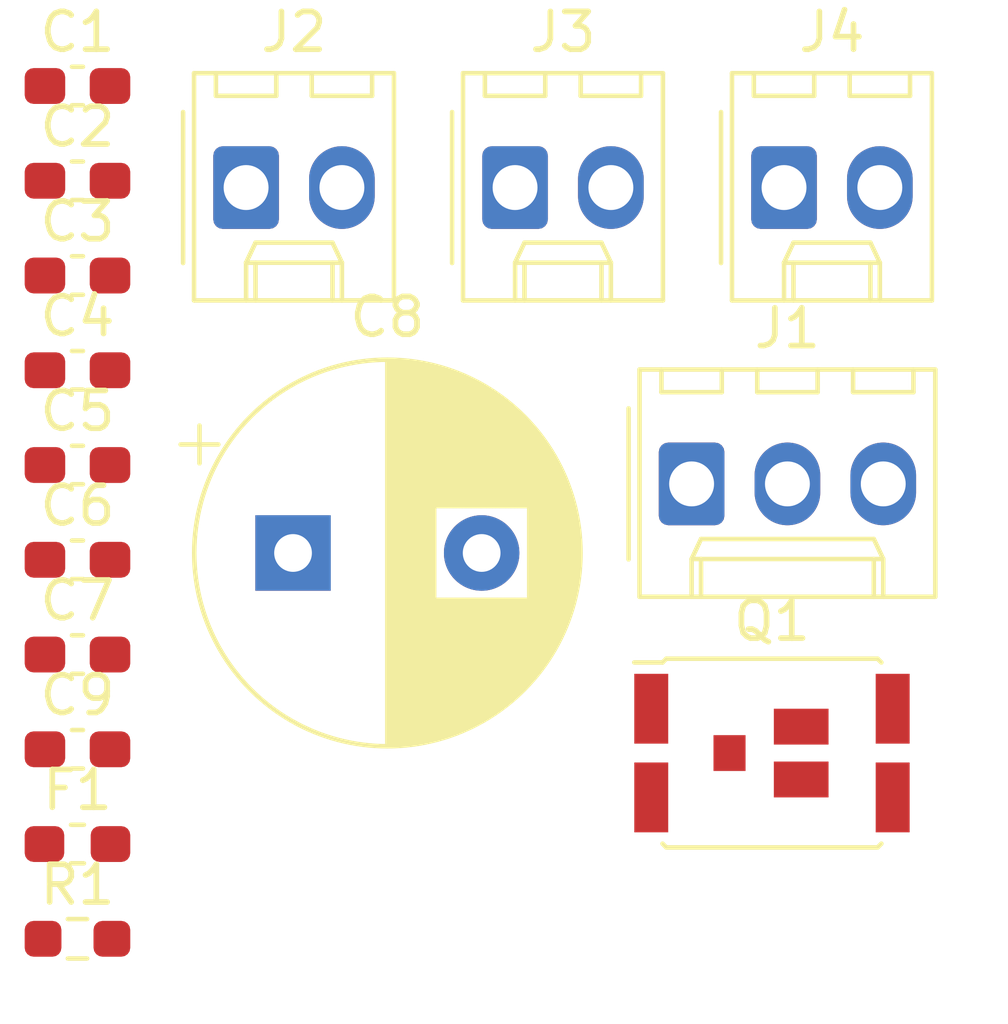
<source format=kicad_pcb>
(kicad_pcb (version 20240108) (generator "pcbnew") (generator_version "8.0")
  (title_block (title "Template") (date "2022-08-16") (rev "0.0") (company "Illini Solar Car") (comment 1 "Designed By: Your Name"))
  (layers (0 "F.Cu" signal) (31 "B.Cu" signal) (34 "B.Paste" user) (35 "F.Paste" user) (36 "B.SilkS" user "B.Silkscreen") (37 "F.SilkS" user "F.Silkscreen") (38 "B.Mask" user) (39 "F.Mask" user) (44 "Edge.Cuts" user))
  (net 0 "")
  (net 1 "+24V")
  (net 2 "GND")
  (net 3 "HRN_CTRL")
  (net 4 "Net-(Q1-D)")
  (net 5 "HRN_IN")
  (net 6 "Net-(J3-Pin_1)")
  (footprint "Capacitor_SMD:C_0603_1608Metric_Pad1.08x0.95mm_HandSolder" (layer "F.Cu") (at 130.39 75.665)
    (property "Reference" "C2" (at 0 -1.43 0) (layer "F.SilkS"))
    (property "Value" "0.1uf")
    (fp_line (start -0.146267 -0.51) (end 0.146267 -0.51) (stroke (width 0.12)) (layer "F.SilkS"))
    (fp_line (start -0.146267 0.51) (end 0.146267 0.51) (stroke (width 0.12)) (layer "F.SilkS"))
    (pad "1" smd roundrect (at -0.8625 0) (size 1.075 0.95) (layers "F.Cu" "F.Paste" "F.Mask") (net 1 "+24V"))
    (pad "2" smd roundrect (at 0.8625 0) (size 1.075 0.95) (layers "F.Cu" "F.Paste" "F.Mask") (net 2 "GND"))
  )
  (footprint "Capacitor_SMD:C_0603_1608Metric_Pad1.08x0.95mm_HandSolder" (layer "F.Cu") (at 130.39 85.705)
    (property "Reference" "C6" (at 0 -1.43 0) (layer "F.SilkS"))
    (property "Value" "10uf")
    (fp_line (start -0.146267 -0.51) (end 0.146267 -0.51) (stroke (width 0.12)) (layer "F.SilkS"))
    (fp_line (start -0.146267 0.51) (end 0.146267 0.51) (stroke (width 0.12)) (layer "F.SilkS"))
    (pad "1" smd roundrect (at -0.8625 0) (size 1.075 0.95) (layers "F.Cu" "F.Paste" "F.Mask") (net 1 "+24V"))
    (pad "2" smd roundrect (at 0.8625 0) (size 1.075 0.95) (layers "F.Cu" "F.Paste" "F.Mask") (net 2 "GND"))
  )
  (footprint "Resistor_SMD:R_0603_1608Metric_Pad0.98x0.95mm_HandSolder" (layer "F.Cu") (at 130.39 95.745)
    (property "Reference" "R1" (at 0 -1.43 0) (layer "F.SilkS"))
    (property "Value" "1k")
    (fp_line (start -0.254724 -0.5225) (end 0.254724 -0.5225) (stroke (width 0.12)) (layer "F.SilkS"))
    (fp_line (start -0.254724 0.5225) (end 0.254724 0.5225) (stroke (width 0.12)) (layer "F.SilkS"))
    (pad "1" smd roundrect (at -0.9125 0) (size 0.975 0.95) (layers "F.Cu" "F.Paste" "F.Mask") (net 3 "HRN_CTRL"))
    (pad "2" smd roundrect (at 0.9125 0) (size 0.975 0.95) (layers "F.Cu" "F.Paste" "F.Mask") (net 2 "GND"))
  )
  (footprint "Capacitor_SMD:C_0603_1608Metric_Pad1.08x0.95mm_HandSolder" (layer "F.Cu") (at 130.39 80.685)
    (property "Reference" "C4" (at 0 -1.43 0) (layer "F.SilkS"))
    (property "Value" "1uf")
    (fp_line (start -0.146267 -0.51) (end 0.146267 -0.51) (stroke (width 0.12)) (layer "F.SilkS"))
    (fp_line (start -0.146267 0.51) (end 0.146267 0.51) (stroke (width 0.12)) (layer "F.SilkS"))
    (pad "1" smd roundrect (at -0.8625 0) (size 1.075 0.95) (layers "F.Cu" "F.Paste" "F.Mask") (net 1 "+24V"))
    (pad "2" smd roundrect (at 0.8625 0) (size 1.075 0.95) (layers "F.Cu" "F.Paste" "F.Mask") (net 2 "GND"))
  )
  (footprint "Capacitor_SMD:C_0603_1608Metric_Pad1.08x0.95mm_HandSolder" (layer "F.Cu") (at 130.39 73.155)
    (property "Reference" "C1" (at 0 -1.43 0) (layer "F.SilkS"))
    (property "Value" "0.1uf")
    (fp_line (start -0.146267 -0.51) (end 0.146267 -0.51) (stroke (width 0.12)) (layer "F.SilkS"))
    (fp_line (start -0.146267 0.51) (end 0.146267 0.51) (stroke (width 0.12)) (layer "F.SilkS"))
    (pad "1" smd roundrect (at -0.8625 0) (size 1.075 0.95) (layers "F.Cu" "F.Paste" "F.Mask") (net 1 "+24V"))
    (pad "2" smd roundrect (at 0.8625 0) (size 1.075 0.95) (layers "F.Cu" "F.Paste" "F.Mask") (net 2 "GND"))
  )
  (footprint "Connector_Molex:Molex_KK-254_AE-6410-02A_1x02_P2.54mm_Vertical" (layer "F.Cu") (at 134.86 75.845)
    (property "Reference" "J2" (at 1.27 -4.12 0) (layer "F.SilkS"))
    (property "Value" "Conn_01x02")
    (fp_line (start -1.67 -2) (end -1.67 2) (stroke (width 0.12)) (layer "F.SilkS"))
    (fp_line (start -1.38 -3.03) (end -1.38 2.99) (stroke (width 0.12)) (layer "F.SilkS"))
    (fp_line (start -1.38 2.99) (end 3.92 2.99) (stroke (width 0.12)) (layer "F.SilkS"))
    (fp_line (start -0.8 -3.03) (end -0.8 -2.43) (stroke (width 0.12)) (layer "F.SilkS"))
    (fp_line (start -0.8 -2.43) (end 0.8 -2.43) (stroke (width 0.12)) (layer "F.SilkS"))
    (fp_line (start 0 1.99) (end 0.25 1.46) (stroke (width 0.12)) (layer "F.SilkS"))
    (fp_line (start 0 1.99) (end 2.54 1.99) (stroke (width 0.12)) (layer "F.SilkS"))
    (fp_line (start 0 2.99) (end 0 1.99) (stroke (width 0.12)) (layer "F.SilkS"))
    (fp_line (start 0.25 1.46) (end 2.29 1.46) (stroke (width 0.12)) (layer "F.SilkS"))
    (fp_line (start 0.25 2.99) (end 0.25 1.99) (stroke (width 0.12)) (layer "F.SilkS"))
    (fp_line (start 0.8 -2.43) (end 0.8 -3.03) (stroke (width 0.12)) (layer "F.SilkS"))
    (fp_line (start 1.74 -3.03) (end 1.74 -2.43) (stroke (width 0.12)) (layer "F.SilkS"))
    (fp_line (start 1.74 -2.43) (end 3.34 -2.43) (stroke (width 0.12)) (layer "F.SilkS"))
    (fp_line (start 2.29 1.46) (end 2.54 1.99) (stroke (width 0.12)) (layer "F.SilkS"))
    (fp_line (start 2.29 2.99) (end 2.29 1.99) (stroke (width 0.12)) (layer "F.SilkS"))
    (fp_line (start 2.54 1.99) (end 2.54 2.99) (stroke (width 0.12)) (layer "F.SilkS"))
    (fp_line (start 3.34 -2.43) (end 3.34 -3.03) (stroke (width 0.12)) (layer "F.SilkS"))
    (fp_line (start 3.92 -3.03) (end -1.38 -3.03) (stroke (width 0.12)) (layer "F.SilkS"))
    (fp_line (start 3.92 2.99) (end 3.92 -3.03) (stroke (width 0.12)) (layer "F.SilkS"))
    (pad "1" thru_hole roundrect (at 0 0) (size 1.74 2.19) (drill 1.19) (layers "*.Cu" "*.Mask") (roundrect_rratio 0.143678) (net 2 "GND"))
    (pad "2" thru_hole oval (at 2.54 0) (size 1.74 2.19) (drill 1.19) (layers "*.Cu" "*.Mask") (net 3 "HRN_CTRL"))
  )
  (footprint "Capacitor_SMD:C_0603_1608Metric_Pad1.08x0.95mm_HandSolder" (layer "F.Cu") (at 130.39 88.215)
    (property "Reference" "C7" (at 0 -1.43 0) (layer "F.SilkS"))
    (property "Value" "10uf")
    (fp_line (start -0.146267 -0.51) (end 0.146267 -0.51) (stroke (width 0.12)) (layer "F.SilkS"))
    (fp_line (start -0.146267 0.51) (end 0.146267 0.51) (stroke (width 0.12)) (layer "F.SilkS"))
    (pad "1" smd roundrect (at -0.8625 0) (size 1.075 0.95) (layers "F.Cu" "F.Paste" "F.Mask") (net 1 "+24V"))
    (pad "2" smd roundrect (at 0.8625 0) (size 1.075 0.95) (layers "F.Cu" "F.Paste" "F.Mask") (net 2 "GND"))
  )
  (footprint "Connector_Molex:Molex_KK-254_AE-6410-03A_1x03_P2.54mm_Vertical" (layer "F.Cu") (at 146.67 83.695)
    (property "Reference" "J1" (at 2.54 -4.12 0) (layer "F.SilkS"))
    (property "Value" "Conn_01x03")
    (fp_line (start -1.67 -2) (end -1.67 2) (stroke (width 0.12)) (layer "F.SilkS"))
    (fp_line (start -1.38 -3.03) (end -1.38 2.99) (stroke (width 0.12)) (layer "F.SilkS"))
    (fp_line (start -1.38 2.99) (end 6.46 2.99) (stroke (width 0.12)) (layer "F.SilkS"))
    (fp_line (start -0.8 -3.03) (end -0.8 -2.43) (stroke (width 0.12)) (layer "F.SilkS"))
    (fp_line (start -0.8 -2.43) (end 0.8 -2.43) (stroke (width 0.12)) (layer "F.SilkS"))
    (fp_line (start 0 1.99) (end 0.25 1.46) (stroke (width 0.12)) (layer "F.SilkS"))
    (fp_line (start 0 1.99) (end 5.08 1.99) (stroke (width 0.12)) (layer "F.SilkS"))
    (fp_line (start 0 2.99) (end 0 1.99) (stroke (width 0.12)) (layer "F.SilkS"))
    (fp_line (start 0.25 1.46) (end 4.83 1.46) (stroke (width 0.12)) (layer "F.SilkS"))
    (fp_line (start 0.25 2.99) (end 0.25 1.99) (stroke (width 0.12)) (layer "F.SilkS"))
    (fp_line (start 0.8 -2.43) (end 0.8 -3.03) (stroke (width 0.12)) (layer "F.SilkS"))
    (fp_line (start 1.74 -3.03) (end 1.74 -2.43) (stroke (width 0.12)) (layer "F.SilkS"))
    (fp_line (start 1.74 -2.43) (end 3.34 -2.43) (stroke (width 0.12)) (layer "F.SilkS"))
    (fp_line (start 3.34 -2.43) (end 3.34 -3.03) (stroke (width 0.12)) (layer "F.SilkS"))
    (fp_line (start 4.28 -3.03) (end 4.28 -2.43) (stroke (width 0.12)) (layer "F.SilkS"))
    (fp_line (start 4.28 -2.43) (end 5.88 -2.43) (stroke (width 0.12)) (layer "F.SilkS"))
    (fp_line (start 4.83 1.46) (end 5.08 1.99) (stroke (width 0.12)) (layer "F.SilkS"))
    (fp_line (start 4.83 2.99) (end 4.83 1.99) (stroke (width 0.12)) (layer "F.SilkS"))
    (fp_line (start 5.08 1.99) (end 5.08 2.99) (stroke (width 0.12)) (layer "F.SilkS"))
    (fp_line (start 5.88 -2.43) (end 5.88 -3.03) (stroke (width 0.12)) (layer "F.SilkS"))
    (fp_line (start 6.46 -3.03) (end -1.38 -3.03) (stroke (width 0.12)) (layer "F.SilkS"))
    (fp_line (start 6.46 2.99) (end 6.46 -3.03) (stroke (width 0.12)) (layer "F.SilkS"))
    (pad "1" thru_hole roundrect (at 0 0) (size 1.74 2.19) (drill 1.19) (layers "*.Cu" "*.Mask") (roundrect_rratio 0.143678) (net 2 "GND"))
    (pad "2" thru_hole oval (at 2.54 0) (size 1.74 2.19) (drill 1.19) (layers "*.Cu" "*.Mask") (net 1 "+24V"))
    (pad "3" thru_hole oval (at 5.08 0) (size 1.74 2.19) (drill 1.19) (layers "*.Cu" "*.Mask") (net 2 "GND"))
  )
  (footprint "Package_DirectFET:DirectFET_MN" (layer "F.Cu") (at 148.8 90.825)
    (property "Reference" "Q1" (at 0 -3.5 0) (layer "F.SilkS"))
    (property "Value" "IRF6646")
    (fp_line (start -3.65 -2.4) (end -2.9 -2.4) (stroke (width 0.12)) (layer "F.SilkS"))
    (fp_line (start -2.9 -2.4) (end -2.8 -2.5) (stroke (width 0.12)) (layer "F.SilkS"))
    (fp_line (start -2.8 -2.5) (end 2.8 -2.5) (stroke (width 0.12)) (layer "F.SilkS"))
    (fp_line (start -2.8 2.5) (end -2.9 2.4) (stroke (width 0.12)) (layer "F.SilkS"))
    (fp_line (start 2.8 -2.5) (end 2.9 -2.4) (stroke (width 0.12)) (layer "F.SilkS"))
    (fp_line (start 2.8 2.5) (end -2.8 2.5) (stroke (width 0.12)) (layer "F.SilkS"))
    (fp_line (start 2.9 2.4) (end 2.8 2.5) (stroke (width 0.12)) (layer "F.SilkS"))
    (pad "1" smd rect (at -3.2 -1.175) (size 0.9 1.85) (layers "F.Cu" "F.Paste" "F.Mask") (net 4 "Net-(Q1-D)"))
    (pad "1" smd rect (at -3.2 1.175) (size 0.9 1.85) (layers "F.Cu" "F.Paste" "F.Mask") (net 4 "Net-(Q1-D)"))
    (pad "1" smd rect (at 3.2 -1.175) (size 0.9 1.85) (layers "F.Cu" "F.Paste" "F.Mask") (net 4 "Net-(Q1-D)"))
    (pad "1" smd rect (at 3.2 1.175) (size 0.9 1.85) (layers "F.Cu" "F.Paste" "F.Mask") (net 4 "Net-(Q1-D)"))
    (pad "2" smd rect (at -1.125 0) (size 0.85 0.95) (layers "F.Cu" "F.Paste" "F.Mask") (net 3 "HRN_CTRL"))
    (pad "3" smd rect (at 0.775 -0.7) (size 1.45 0.95) (layers "F.Cu" "F.Paste" "F.Mask") (net 2 "GND"))
    (pad "3" smd rect (at 0.775 0.7) (size 1.45 0.95) (layers "F.Cu" "F.Paste" "F.Mask") (net 2 "GND"))
  )
  (footprint "Connector_Molex:Molex_KK-254_AE-6410-02A_1x02_P2.54mm_Vertical" (layer "F.Cu") (at 149.12 75.845)
    (property "Reference" "J4" (at 1.27 -4.12 0) (layer "F.SilkS"))
    (property "Value" "Conn_01x02")
    (fp_line (start -1.67 -2) (end -1.67 2) (stroke (width 0.12)) (layer "F.SilkS"))
    (fp_line (start -1.38 -3.03) (end -1.38 2.99) (stroke (width 0.12)) (layer "F.SilkS"))
    (fp_line (start -1.38 2.99) (end 3.92 2.99) (stroke (width 0.12)) (layer "F.SilkS"))
    (fp_line (start -0.8 -3.03) (end -0.8 -2.43) (stroke (width 0.12)) (layer "F.SilkS"))
    (fp_line (start -0.8 -2.43) (end 0.8 -2.43) (stroke (width 0.12)) (layer "F.SilkS"))
    (fp_line (start 0 1.99) (end 0.25 1.46) (stroke (width 0.12)) (layer "F.SilkS"))
    (fp_line (start 0 1.99) (end 2.54 1.99) (stroke (width 0.12)) (layer "F.SilkS"))
    (fp_line (start 0 2.99) (end 0 1.99) (stroke (width 0.12)) (layer "F.SilkS"))
    (fp_line (start 0.25 1.46) (end 2.29 1.46) (stroke (width 0.12)) (layer "F.SilkS"))
    (fp_line (start 0.25 2.99) (end 0.25 1.99) (stroke (width 0.12)) (layer "F.SilkS"))
    (fp_line (start 0.8 -2.43) (end 0.8 -3.03) (stroke (width 0.12)) (layer "F.SilkS"))
    (fp_line (start 1.74 -3.03) (end 1.74 -2.43) (stroke (width 0.12)) (layer "F.SilkS"))
    (fp_line (start 1.74 -2.43) (end 3.34 -2.43) (stroke (width 0.12)) (layer "F.SilkS"))
    (fp_line (start 2.29 1.46) (end 2.54 1.99) (stroke (width 0.12)) (layer "F.SilkS"))
    (fp_line (start 2.29 2.99) (end 2.29 1.99) (stroke (width 0.12)) (layer "F.SilkS"))
    (fp_line (start 2.54 1.99) (end 2.54 2.99) (stroke (width 0.12)) (layer "F.SilkS"))
    (fp_line (start 3.34 -2.43) (end 3.34 -3.03) (stroke (width 0.12)) (layer "F.SilkS"))
    (fp_line (start 3.92 -3.03) (end -1.38 -3.03) (stroke (width 0.12)) (layer "F.SilkS"))
    (fp_line (start 3.92 2.99) (end 3.92 -3.03) (stroke (width 0.12)) (layer "F.SilkS"))
    (pad "1" thru_hole roundrect (at 0 0) (size 1.74 2.19) (drill 1.19) (layers "*.Cu" "*.Mask") (roundrect_rratio 0.143678) (net 5 "HRN_IN"))
    (pad "2" thru_hole oval (at 2.54 0) (size 1.74 2.19) (drill 1.19) (layers "*.Cu" "*.Mask") (net 6 "Net-(J3-Pin_1)"))
  )
  (footprint "Fuse:Fuse_0603_1608Metric_Pad1.05x0.95mm_HandSolder" (layer "F.Cu") (at 130.39 93.235)
    (property "Reference" "F1" (at 0 -1.43 0) (layer "F.SilkS"))
    (property "Value" "2A")
    (fp_line (start -0.171267 -0.51) (end 0.171267 -0.51) (stroke (width 0.12)) (layer "F.SilkS"))
    (fp_line (start -0.171267 0.51) (end 0.171267 0.51) (stroke (width 0.12)) (layer "F.SilkS"))
    (pad "1" smd roundrect (at -0.875 0) (size 1.05 0.95) (layers "F.Cu" "F.Paste" "F.Mask") (net 5 "HRN_IN"))
    (pad "2" smd roundrect (at 0.875 0) (size 1.05 0.95) (layers "F.Cu" "F.Paste" "F.Mask") (net 4 "Net-(Q1-D)"))
  )
  (footprint "Capacitor_SMD:C_0603_1608Metric_Pad1.08x0.95mm_HandSolder" (layer "F.Cu") (at 130.39 78.175)
    (property "Reference" "C3" (at 0 -1.43 0) (layer "F.SilkS"))
    (property "Value" "0.1uf")
    (fp_line (start -0.146267 -0.51) (end 0.146267 -0.51) (stroke (width 0.12)) (layer "F.SilkS"))
    (fp_line (start -0.146267 0.51) (end 0.146267 0.51) (stroke (width 0.12)) (layer "F.SilkS"))
    (pad "1" smd roundrect (at -0.8625 0) (size 1.075 0.95) (layers "F.Cu" "F.Paste" "F.Mask") (net 1 "+24V"))
    (pad "2" smd roundrect (at 0.8625 0) (size 1.075 0.95) (layers "F.Cu" "F.Paste" "F.Mask") (net 2 "GND"))
  )
  (footprint "Capacitor_SMD:C_0603_1608Metric_Pad1.08x0.95mm_HandSolder" (layer "F.Cu") (at 130.39 90.725)
    (property "Reference" "C9" (at 0 -1.43 0) (layer "F.SilkS"))
    (property "Value" "0.1uf")
    (fp_line (start -0.146267 -0.51) (end 0.146267 -0.51) (stroke (width 0.12)) (layer "F.SilkS"))
    (fp_line (start -0.146267 0.51) (end 0.146267 0.51) (stroke (width 0.12)) (layer "F.SilkS"))
    (pad "1" smd roundrect (at -0.8625 0) (size 1.075 0.95) (layers "F.Cu" "F.Paste" "F.Mask") (net 3 "HRN_CTRL"))
    (pad "2" smd roundrect (at 0.8625 0) (size 1.075 0.95) (layers "F.Cu" "F.Paste" "F.Mask") (net 2 "GND"))
  )
  (footprint "Capacitor_THT:CP_Radial_D10.0mm_P5.00mm" (layer "F.Cu") (at 136.104646 85.525)
    (property "Reference" "C8" (at 2.5 -6.25 0) (layer "F.SilkS"))
    (property "Value" "100uf")
    (fp_line (start -2.979646 -2.875) (end -1.979646 -2.875) (stroke (width 0.12)) (layer "F.SilkS"))
    (fp_line (start -2.479646 -3.375) (end -2.479646 -2.375) (stroke (width 0.12)) (layer "F.SilkS"))
    (fp_line (start 2.5 -5.08) (end 2.5 5.08) (stroke (width 0.12)) (layer "F.SilkS"))
    (fp_line (start 2.54 -5.08) (end 2.54 5.08) (stroke (width 0.12)) (layer "F.SilkS"))
    (fp_line (start 2.58 -5.08) (end 2.58 5.08) (stroke (width 0.12)) (layer "F.SilkS"))
    (fp_line (start 2.62 -5.079) (end 2.62 5.079) (stroke (width 0.12)) (layer "F.SilkS"))
    (fp_line (start 2.66 -5.078) (end 2.66 5.078) (stroke (width 0.12)) (layer "F.SilkS"))
    (fp_line (start 2.7 -5.077) (end 2.7 5.077) (stroke (width 0.12)) (layer "F.SilkS"))
    (fp_line (start 2.74 -5.075) (end 2.74 5.075) (stroke (width 0.12)) (layer "F.SilkS"))
    (fp_line (start 2.78 -5.073) (end 2.78 5.073) (stroke (width 0.12)) (layer "F.SilkS"))
    (fp_line (start 2.82 -5.07) (end 2.82 5.07) (stroke (width 0.12)) (layer "F.SilkS"))
    (fp_line (start 2.86 -5.068) (end 2.86 5.068) (stroke (width 0.12)) (layer "F.SilkS"))
    (fp_line (start 2.9 -5.065) (end 2.9 5.065) (stroke (width 0.12)) (layer "F.SilkS"))
    (fp_line (start 2.94 -5.062) (end 2.94 5.062) (stroke (width 0.12)) (layer "F.SilkS"))
    (fp_line (start 2.98 -5.058) (end 2.98 5.058) (stroke (width 0.12)) (layer "F.SilkS"))
    (fp_line (start 3.02 -5.054) (end 3.02 5.054) (stroke (width 0.12)) (layer "F.SilkS"))
    (fp_line (start 3.06 -5.05) (end 3.06 5.05) (stroke (width 0.12)) (layer "F.SilkS"))
    (fp_line (start 3.1 -5.045) (end 3.1 5.045) (stroke (width 0.12)) (layer "F.SilkS"))
    (fp_line (start 3.14 -5.04) (end 3.14 5.04) (stroke (width 0.12)) (layer "F.SilkS"))
    (fp_line (start 3.18 -5.035) (end 3.18 5.035) (stroke (width 0.12)) (layer "F.SilkS"))
    (fp_line (start 3.221 -5.03) (end 3.221 5.03) (stroke (width 0.12)) (layer "F.SilkS"))
    (fp_line (start 3.261 -5.024) (end 3.261 5.024) (stroke (width 0.12)) (layer "F.SilkS"))
    (fp_line (start 3.301 -5.018) (end 3.301 5.018) (stroke (width 0.12)) (layer "F.SilkS"))
    (fp_line (start 3.341 -5.011) (end 3.341 5.011) (stroke (width 0.12)) (layer "F.SilkS"))
    (fp_line (start 3.381 -5.004) (end 3.381 5.004) (stroke (width 0.12)) (layer "F.SilkS"))
    (fp_line (start 3.421 -4.997) (end 3.421 4.997) (stroke (width 0.12)) (layer "F.SilkS"))
    (fp_line (start 3.461 -4.99) (end 3.461 4.99) (stroke (width 0.12)) (layer "F.SilkS"))
    (fp_line (start 3.501 -4.982) (end 3.501 4.982) (stroke (width 0.12)) (layer "F.SilkS"))
    (fp_line (start 3.541 -4.974) (end 3.541 4.974) (stroke (width 0.12)) (layer "F.SilkS"))
    (fp_line (start 3.581 -4.965) (end 3.581 4.965) (stroke (width 0.12)) (layer "F.SilkS"))
    (fp_line (start 3.621 -4.956) (end 3.621 4.956) (stroke (width 0.12)) (layer "F.SilkS"))
    (fp_line (start 3.661 -4.947) (end 3.661 4.947) (stroke (width 0.12)) (layer "F.SilkS"))
    (fp_line (start 3.701 -4.938) (end 3.701 4.938) (stroke (width 0.12)) (layer "F.SilkS"))
    (fp_line (start 3.741 -4.928) (end 3.741 4.928) (stroke (width 0.12)) (layer "F.SilkS"))
    (fp_line (start 3.781 -4.918) (end 3.781 -1.241) (stroke (width 0.12)) (layer "F.SilkS"))
    (fp_line (start 3.781 1.241) (end 3.781 4.918) (stroke (width 0.12)) (layer "F.SilkS"))
    (fp_line (start 3.821 -4.907) (end 3.821 -1.241) (stroke (width 0.12)) (layer "F.SilkS"))
    (fp_line (start 3.821 1.241) (end 3.821 4.907) (stroke (width 0.12)) (layer "F.SilkS"))
    (fp_line (start 3.861 -4.897) (end 3.861 -1.241) (stroke (width 0.12)) (layer "F.SilkS"))
    (fp_line (start 3.861 1.241) (end 3.861 4.897) (stroke (width 0.12)) (layer "F.SilkS"))
    (fp_line (start 3.901 -4.885) (end 3.901 -1.241) (stroke (width 0.12)) (layer "F.SilkS"))
    (fp_line (start 3.901 1.241) (end 3.901 4.885) (stroke (width 0.12)) (layer "F.SilkS"))
    (fp_line (start 3.941 -4.874) (end 3.941 -1.241) (stroke (width 0.12)) (layer "F.SilkS"))
    (fp_line (start 3.941 1.241) (end 3.941 4.874) (stroke (width 0.12)) (layer "F.SilkS"))
    (fp_line (start 3.981 -4.862) (end 3.981 -1.241) (stroke (width 0.12)) (layer "F.SilkS"))
    (fp_line (start 3.981 1.241) (end 3.981 4.862) (stroke (width 0.12)) (layer "F.SilkS"))
    (fp_line (start 4.021 -4.85) (end 4.021 -1.241) (stroke (width 0.12)) (layer "F.SilkS"))
    (fp_line (start 4.021 1.241) (end 4.021 4.85) (stroke (width 0.12)) (layer "F.SilkS"))
    (fp_line (start 4.061 -4.837) (end 4.061 -1.241) (stroke (width 0.12)) (layer "F.SilkS"))
    (fp_line (start 4.061 1.241) (end 4.061 4.837) (stroke (width 0.12)) (layer "F.SilkS"))
    (fp_line (start 4.101 -4.824) (end 4.101 -1.241) (stroke (width 0.12)) (layer "F.SilkS"))
    (fp_line (start 4.101 1.241) (end 4.101 4.824) (stroke (width 0.12)) (layer "F.SilkS"))
    (fp_line (start 4.141 -4.811) (end 4.141 -1.241) (stroke (width 0.12)) (layer "F.SilkS"))
    (fp_line (start 4.141 1.241) (end 4.141 4.811) (stroke (width 0.12)) (layer "F.SilkS"))
    (fp_line (start 4.181 -4.797) (end 4.181 -1.241) (stroke (width 0.12)) (layer "F.SilkS"))
    (fp_line (start 4.181 1.241) (end 4.181 4.797) (stroke (width 0.12)) (layer "F.SilkS"))
    (fp_line (start 4.221 -4.783) (end 4.221 -1.241) (stroke (width 0.12)) (layer "F.SilkS"))
    (fp_line (start 4.221 1.241) (end 4.221 4.783) (stroke (width 0.12)) (layer "F.SilkS"))
    (fp_line (start 4.261 -4.768) (end 4.261 -1.241) (stroke (width 0.12)) (layer "F.SilkS"))
    (fp_line (start 4.261 1.241) (end 4.261 4.768) (stroke (width 0.12)) (layer "F.SilkS"))
    (fp_line (start 4.301 -4.754) (end 4.301 -1.241) (stroke (width 0.12)) (layer "F.SilkS"))
    (fp_line (start 4.301 1.241) (end 4.301 4.754) (stroke (width 0.12)) (layer "F.SilkS"))
    (fp_line (start 4.341 -4.738) (end 4.341 -1.241) (stroke (width 0.12)) (layer "F.SilkS"))
    (fp_line (start 4.341 1.241) (end 4.341 4.738) (stroke (width 0.12)) (layer "F.SilkS"))
    (fp_line (start 4.381 -4.723) (end 4.381 -1.241) (stroke (width 0.12)) (layer "F.SilkS"))
    (fp_line (start 4.381 1.241) (end 4.381 4.723) (stroke (width 0.12)) (layer "F.SilkS"))
    (fp_line (start 4.421 -4.707) (end 4.421 -1.241) (stroke (width 0.12)) (layer "F.SilkS"))
    (fp_line (start 4.421 1.241) (end 4.421 4.707) (stroke (width 0.12)) (layer "F.SilkS"))
    (fp_line (start 4.461 -4.69) (end 4.461 -1.241) (stroke (width 0.12)) (layer "F.SilkS"))
    (fp_line (start 4.461 1.241) (end 4.461 4.69) (stroke (width 0.12)) (layer "F.SilkS"))
    (fp_line (start 4.501 -4.674) (end 4.501 -1.241) (stroke (width 0.12)) (layer "F.SilkS"))
    (fp_line (start 4.501 1.241) (end 4.501 4.674) (stroke (width 0.12)) (layer "F.SilkS"))
    (fp_line (start 4.541 -4.657) (end 4.541 -1.241) (stroke (width 0.12)) (layer "F.SilkS"))
    (fp_line (start 4.541 1.241) (end 4.541 4.657) (stroke (width 0.12)) (layer "F.SilkS"))
    (fp_line (start 4.581 -4.639) (end 4.581 -1.241) (stroke (width 0.12)) (layer "F.SilkS"))
    (fp_line (start 4.581 1.241) (end 4.581 4.639) (stroke (width 0.12)) (layer "F.SilkS"))
    (fp_line (start 4.621 -4.621) (end 4.621 -1.241) (stroke (width 0.12)) (layer "F.SilkS"))
    (fp_line (start 4.621 1.241) (end 4.621 4.621) (stroke (width 0.12)) (layer "F.SilkS"))
    (fp_line (start 4.661 -4.603) (end 4.661 -1.241) (stroke (width 0.12)) (layer "F.SilkS"))
    (fp_line (start 4.661 1.241) (end 4.661 4.603) (stroke (width 0.12)) (layer "F.SilkS"))
    (fp_line (start 4.701 -4.584) (end 4.701 -1.241) (stroke (width 0.12)) (layer "F.SilkS"))
    (fp_line (start 4.701 1.241) (end 4.701 4.584) (stroke (width 0.12)) (layer "F.SilkS"))
    (fp_line (start 4.741 -4.564) (end 4.741 -1.241) (stroke (width 0.12)) (layer "F.SilkS"))
    (fp_line (start 4.741 1.241) (end 4.741 4.564) (stroke (width 0.12)) (layer "F.SilkS"))
    (fp_line (start 4.781 -4.545) (end 4.781 -1.241) (stroke (width 0.12)) (layer "F.SilkS"))
    (fp_line (start 4.781 1.241) (end 4.781 4.545) (stroke (width 0.12)) (layer "F.SilkS"))
    (fp_line (start 4.821 -4.525) (end 4.821 -1.241) (stroke (width 0.12)) (layer "F.SilkS"))
    (fp_line (start 4.821 1.241) (end 4.821 4.525) (stroke (width 0.12)) (layer "F.SilkS"))
    (fp_line (start 4.861 -4.504) (end 4.861 -1.241) (stroke (width 0.12)) (layer "F.SilkS"))
    (fp_line (start 4.861 1.241) (end 4.861 4.504) (stroke (width 0.12)) (layer "F.SilkS"))
    (fp_line (start 4.901 -4.483) (end 4.901 -1.241) (stroke (width 0.12)) (layer "F.SilkS"))
    (fp_line (start 4.901 1.241) (end 4.901 4.483) (stroke (width 0.12)) (layer "F.SilkS"))
    (fp_line (start 4.941 -4.462) (end 4.941 -1.241) (stroke (width 0.12)) (layer "F.SilkS"))
    (fp_line (start 4.941 1.241) (end 4.941 4.462) (stroke (width 0.12)) (layer "F.SilkS"))
    (fp_line (start 4.981 -4.44) (end 4.981 -1.241) (stroke (width 0.12)) (layer "F.SilkS"))
    (fp_line (start 4.981 1.241) (end 4.981 4.44) (stroke (width 0.12)) (layer "F.SilkS"))
    (fp_line (start 5.021 -4.417) (end 5.021 -1.241) (stroke (width 0.12)) (layer "F.SilkS"))
    (fp_line (start 5.021 1.241) (end 5.021 4.417) (stroke (width 0.12)) (layer "F.SilkS"))
    (fp_line (start 5.061 -4.395) (end 5.061 -1.241) (stroke (width 0.12)) (layer "F.SilkS"))
    (fp_line (start 5.061 1.241) (end 5.061 4.395) (stroke (width 0.12)) (layer "F.SilkS"))
    (fp_line (start 5.101 -4.371) (end 5.101 -1.241) (stroke (width 0.12)) (layer "F.SilkS"))
    (fp_line (start 5.101 1.241) (end 5.101 4.371) (stroke (width 0.12)) (layer "F.SilkS"))
    (fp_line (start 5.141 -4.347) (end 5.141 -1.241) (stroke (width 0.12)) (layer "F.SilkS"))
    (fp_line (start 5.141 1.241) (end 5.141 4.347) (stroke (width 0.12)) (layer "F.SilkS"))
    (fp_line (start 5.181 -4.323) (end 5.181 -1.241) (stroke (width 0.12)) (layer "F.SilkS"))
    (fp_line (start 5.181 1.241) (end 5.181 4.323) (stroke (width 0.12)) (layer "F.SilkS"))
    (fp_line (start 5.221 -4.298) (end 5.221 -1.241) (stroke (width 0.12)) (layer "F.SilkS"))
    (fp_line (start 5.221 1.241) (end 5.221 4.298) (stroke (width 0.12)) (layer "F.SilkS"))
    (fp_line (start 5.261 -4.273) (end 5.261 -1.241) (stroke (width 0.12)) (layer "F.SilkS"))
    (fp_line (start 5.261 1.241) (end 5.261 4.273) (stroke (width 0.12)) (layer "F.SilkS"))
    (fp_line (start 5.301 -4.247) (end 5.301 -1.241) (stroke (width 0.12)) (layer "F.SilkS"))
    (fp_line (start 5.301 1.241) (end 5.301 4.247) (stroke (width 0.12)) (layer "F.SilkS"))
    (fp_line (start 5.341 -4.221) (end 5.341 -1.241) (stroke (width 0.12)) (layer "F.SilkS"))
    (fp_line (start 5.341 1.241) (end 5.341 4.221) (stroke (width 0.12)) (layer "F.SilkS"))
    (fp_line (start 5.381 -4.194) (end 5.381 -1.241) (stroke (width 0.12)) (layer "F.SilkS"))
    (fp_line (start 5.381 1.241) (end 5.381 4.194) (stroke (width 0.12)) (layer "F.SilkS"))
    (fp_line (start 5.421 -4.166) (end 5.421 -1.241) (stroke (width 0.12)) (layer "F.SilkS"))
    (fp_line (start 5.421 1.241) (end 5.421 4.166) (stroke (width 0.12)) (layer "F.SilkS"))
    (fp_line (start 5.461 -4.138) (end 5.461 -1.241) (stroke (width 0.12)) (layer "F.SilkS"))
    (fp_line (start 5.461 1.241) (end 5.461 4.138) (stroke (width 0.12)) (layer "F.SilkS"))
    (fp_line (start 5.501 -4.11) (end 5.501 -1.241) (stroke (width 0.12)) (layer "F.SilkS"))
    (fp_line (start 5.501 1.241) (end 5.501 4.11) (stroke (width 0.12)) (layer "F.SilkS"))
    (fp_line (start 5.541 -4.08) (end 5.541 -1.241) (stroke (width 0.12)) (layer "F.SilkS"))
    (fp_line (start 5.541 1.241) (end 5.541 4.08) (stroke (width 0.12)) (layer "F.SilkS"))
    (fp_line (start 5.581 -4.05) (end 5.581 -1.241) (stroke (width 0.12)) (layer "F.SilkS"))
    (fp_line (start 5.581 1.241) (end 5.581 4.05) (stroke (width 0.12)) (layer "F.SilkS"))
    (fp_line (start 5.621 -4.02) (end 5.621 -1.241) (stroke (width 0.12)) (layer "F.SilkS"))
    (fp_line (start 5.621 1.241) (end 5.621 4.02) (stroke (width 0.12)) (layer "F.SilkS"))
    (fp_line (start 5.661 -3.989) (end 5.661 -1.241) (stroke (width 0.12)) (layer "F.SilkS"))
    (fp_line (start 5.661 1.241) (end 5.661 3.989) (stroke (width 0.12)) (layer "F.SilkS"))
    (fp_line (start 5.701 -3.957) (end 5.701 -1.241) (stroke (width 0.12)) (layer "F.SilkS"))
    (fp_line (start 5.701 1.241) (end 5.701 3.957) (stroke (width 0.12)) (layer "F.SilkS"))
    (fp_line (start 5.741 -3.925) (end 5.741 -1.241) (stroke (width 0.12)) (layer "F.SilkS"))
    (fp_line (start 5.741 1.241) (end 5.741 3.925) (stroke (width 0.12)) (layer "F.SilkS"))
    (fp_line (start 5.781 -3.892) (end 5.781 -1.241) (stroke (width 0.12)) (layer "F.SilkS"))
    (fp_line (start 5.781 1.241) (end 5.781 3.892) (stroke (width 0.12)) (layer "F.SilkS"))
    (fp_line (start 5.821 -3.858) (end 5.821 -1.241) (stroke (width 0.12)) (layer "F.SilkS"))
    (fp_line (start 5.821 1.241) (end 5.821 3.858) (stroke (width 0.12)) (layer "F.SilkS"))
    (fp_line (start 5.861 -3.824) (end 5.861 -1.241) (stroke (width 0.12)) (layer "F.SilkS"))
    (fp_line (start 5.861 1.241) (end 5.861 3.824) (stroke (width 0.12)) (layer "F.SilkS"))
    (fp_line (start 5.901 -3.789) (end 5.901 -1.241) (stroke (width 0.12)) (layer "F.SilkS"))
    (fp_line (start 5.901 1.241) (end 5.901 3.789) (stroke (width 0.12)) (layer "F.SilkS"))
    (fp_line (start 5.941 -3.753) (end 5.941 -1.241) (stroke (width 0.12)) (layer "F.SilkS"))
    (fp_line (start 5.941 1.241) (end 5.941 3.753) (stroke (width 0.12)) (layer "F.SilkS"))
    (fp_line (start 5.981 -3.716) (end 5.981 -1.241) (stroke (width 0.12)) (layer "F.SilkS"))
    (fp_line (start 5.981 1.241) (end 5.981 3.716) (stroke (width 0.12)) (layer "F.SilkS"))
    (fp_line (start 6.021 -3.679) (end 6.021 -1.241) (stroke (width 0.12)) (layer "F.SilkS"))
    (fp_line (start 6.021 1.241) (end 6.021 3.679) (stroke (width 0.12)) (layer "F.SilkS"))
    (fp_line (start 6.061 -3.64) (end 6.061 -1.241) (stroke (width 0.12)) (layer "F.SilkS"))
    (fp_line (start 6.061 1.241) (end 6.061 3.64) (stroke (width 0.12)) (layer "F.SilkS"))
    (fp_line (start 6.101 -3.601) (end 6.101 -1.241) (stroke (width 0.12)) (layer "F.SilkS"))
    (fp_line (start 6.101 1.241) (end 6.101 3.601) (stroke (width 0.12)) (layer "F.SilkS"))
    (fp_line (start 6.141 -3.561) (end 6.141 -1.241) (stroke (width 0.12)) (layer "F.SilkS"))
    (fp_line (start 6.141 1.241) (end 6.141 3.561) (stroke (width 0.12)) (layer "F.SilkS"))
    (fp_line (start 6.181 -3.52) (end 6.181 -1.241) (stroke (width 0.12)) (layer "F.SilkS"))
    (fp_line (start 6.181 1.241) (end 6.181 3.52) (stroke (width 0.12)) (layer "F.SilkS"))
    (fp_line (start 6.221 -3.478) (end 6.221 -1.241) (stroke (width 0.12)) (layer "F.SilkS"))
    (fp_line (start 6.221 1.241) (end 6.221 3.478) (stroke (width 0.12)) (layer "F.SilkS"))
    (fp_line (start 6.261 -3.436) (end 6.261 3.436) (stroke (width 0.12)) (layer "F.SilkS"))
    (fp_line (start 6.301 -3.392) (end 6.301 3.392) (stroke (width 0.12)) (layer "F.SilkS"))
    (fp_line (start 6.341 -3.347) (end 6.341 3.347) (stroke (width 0.12)) (layer "F.SilkS"))
    (fp_line (start 6.381 -3.301) (end 6.381 3.301) (stroke (width 0.12)) (layer "F.SilkS"))
    (fp_line (start 6.421 -3.254) (end 6.421 3.254) (stroke (width 0.12)) (layer "F.SilkS"))
    (fp_line (start 6.461 -3.206) (end 6.461 3.206) (stroke (width 0.12)) (layer "F.SilkS"))
    (fp_line (start 6.501 -3.156) (end 6.501 3.156) (stroke (width 0.12)) (layer "F.SilkS"))
    (fp_line (start 6.541 -3.106) (end 6.541 3.106) (stroke (width 0.12)) (layer "F.SilkS"))
    (fp_line (start 6.581 -3.054) (end 6.581 3.054) (stroke (width 0.12)) (layer "F.SilkS"))
    (fp_line (start 6.621 -3) (end 6.621 3) (stroke (width 0.12)) (layer "F.SilkS"))
    (fp_line (start 6.661 -2.945) (end 6.661 2.945) (stroke (width 0.12)) (layer "F.SilkS"))
    (fp_line (start 6.701 -2.889) (end 6.701 2.889) (stroke (width 0.12)) (layer "F.SilkS"))
    (fp_line (start 6.741 -2.83) (end 6.741 2.83) (stroke (width 0.12)) (layer "F.SilkS"))
    (fp_line (start 6.781 -2.77) (end 6.781 2.77) (stroke (width 0.12)) (layer "F.SilkS"))
    (fp_line (start 6.821 -2.709) (end 6.821 2.709) (stroke (width 0.12)) (layer "F.SilkS"))
    (fp_line (start 6.861 -2.645) (end 6.861 2.645) (stroke (width 0.12)) (layer "F.SilkS"))
    (fp_line (start 6.901 -2.579) (end 6.901 2.579) (stroke (width 0.12)) (layer "F.SilkS"))
    (fp_line (start 6.941 -2.51) (end 6.941 2.51) (stroke (width 0.12)) (layer "F.SilkS"))
    (fp_line (start 6.981 -2.439) (end 6.981 2.439) (stroke (width 0.12)) (layer "F.SilkS"))
    (fp_line (start 7.021 -2.365) (end 7.021 2.365) (stroke (width 0.12)) (layer "F.SilkS"))
    (fp_line (start 7.061 -2.289) (end 7.061 2.289) (stroke (width 0.12)) (layer "F.SilkS"))
    (fp_line (start 7.101 -2.209) (end 7.101 2.209) (stroke (width 0.12)) (layer "F.SilkS"))
    (fp_line (start 7.141 -2.125) (end 7.141 2.125) (stroke (width 0.12)) (layer "F.SilkS"))
    (fp_line (start 7.181 -2.037) (end 7.181 2.037) (stroke (width 0.12)) (layer "F.SilkS"))
    (fp_line (start 7.221 -1.944) (end 7.221 1.944) (stroke (width 0.12)) (layer "F.SilkS"))
    (fp_line (start 7.261 -1.846) (end 7.261 1.846) (stroke (width 0.12)) (layer "F.SilkS"))
    (fp_line (start 7.301 -1.742) (end 7.301 1.742) (stroke (width 0.12)) (layer "F.SilkS"))
    (fp_line (start 7.341 -1.63) (end 7.341 1.63) (stroke (width 0.12)) (layer "F.SilkS"))
    (fp_line (start 7.381 -1.51) (end 7.381 1.51) (stroke (width 0.12)) (layer "F.SilkS"))
    (fp_line (start 7.421 -1.378) (end 7.421 1.378) (stroke (width 0.12)) (layer "F.SilkS"))
    (fp_line (start 7.461 -1.23) (end 7.461 1.23) (stroke (width 0.12)) (layer "F.SilkS"))
    (fp_line (start 7.501 -1.062) (end 7.501 1.062) (stroke (width 0.12)) (layer "F.SilkS"))
    (fp_line (start 7.541 -0.862) (end 7.541 0.862) (stroke (width 0.12)) (layer "F.SilkS"))
    (fp_line (start 7.581 -0.599) (end 7.581 0.599) (stroke (width 0.12)) (layer "F.SilkS"))
    (fp_circle (center 2.5 0) (end 7.62 0) (stroke (width 0.12)) (fill none) (layer "F.SilkS"))
    (pad "1" thru_hole rect (at 0 0) (size 2 2) (drill 1) (layers "*.Cu" "*.Mask") (net 1 "+24V"))
    (pad "2" thru_hole circle (at 5 0) (size 2 2) (drill 1) (layers "*.Cu" "*.Mask") (net 2 "GND"))
  )
  (footprint "Capacitor_SMD:C_0603_1608Metric_Pad1.08x0.95mm_HandSolder" (layer "F.Cu") (at 130.39 83.195)
    (property "Reference" "C5" (at 0 -1.43 0) (layer "F.SilkS"))
    (property "Value" "1uf")
    (fp_line (start -0.146267 -0.51) (end 0.146267 -0.51) (stroke (width 0.12)) (layer "F.SilkS"))
    (fp_line (start -0.146267 0.51) (end 0.146267 0.51) (stroke (width 0.12)) (layer "F.SilkS"))
    (pad "1" smd roundrect (at -0.8625 0) (size 1.075 0.95) (layers "F.Cu" "F.Paste" "F.Mask") (net 1 "+24V"))
    (pad "2" smd roundrect (at 0.8625 0) (size 1.075 0.95) (layers "F.Cu" "F.Paste" "F.Mask") (net 2 "GND"))
  )
  (footprint "Connector_Molex:Molex_KK-254_AE-6410-02A_1x02_P2.54mm_Vertical" (layer "F.Cu") (at 141.99 75.845)
    (property "Reference" "J3" (at 1.27 -4.12 0) (layer "F.SilkS"))
    (property "Value" "Conn_01x02")
    (fp_line (start -1.67 -2) (end -1.67 2) (stroke (width 0.12)) (layer "F.SilkS"))
    (fp_line (start -1.38 -3.03) (end -1.38 2.99) (stroke (width 0.12)) (layer "F.SilkS"))
    (fp_line (start -1.38 2.99) (end 3.92 2.99) (stroke (width 0.12)) (layer "F.SilkS"))
    (fp_line (start -0.8 -3.03) (end -0.8 -2.43) (stroke (width 0.12)) (layer "F.SilkS"))
    (fp_line (start -0.8 -2.43) (end 0.8 -2.43) (stroke (width 0.12)) (layer "F.SilkS"))
    (fp_line (start 0 1.99) (end 0.25 1.46) (stroke (width 0.12)) (layer "F.SilkS"))
    (fp_line (start 0 1.99) (end 2.54 1.99) (stroke (width 0.12)) (layer "F.SilkS"))
    (fp_line (start 0 2.99) (end 0 1.99) (stroke (width 0.12)) (layer "F.SilkS"))
    (fp_line (start 0.25 1.46) (end 2.29 1.46) (stroke (width 0.12)) (layer "F.SilkS"))
    (fp_line (start 0.25 2.99) (end 0.25 1.99) (stroke (width 0.12)) (layer "F.SilkS"))
    (fp_line (start 0.8 -2.43) (end 0.8 -3.03) (stroke (width 0.12)) (layer "F.SilkS"))
    (fp_line (start 1.74 -3.03) (end 1.74 -2.43) (stroke (width 0.12)) (layer "F.SilkS"))
    (fp_line (start 1.74 -2.43) (end 3.34 -2.43) (stroke (width 0.12)) (layer "F.SilkS"))
    (fp_line (start 2.29 1.46) (end 2.54 1.99) (stroke (width 0.12)) (layer "F.SilkS"))
    (fp_line (start 2.29 2.99) (end 2.29 1.99) (stroke (width 0.12)) (layer "F.SilkS"))
    (fp_line (start 2.54 1.99) (end 2.54 2.99) (stroke (width 0.12)) (layer "F.SilkS"))
    (fp_line (start 3.34 -2.43) (end 3.34 -3.03) (stroke (width 0.12)) (layer "F.SilkS"))
    (fp_line (start 3.92 -3.03) (end -1.38 -3.03) (stroke (width 0.12)) (layer "F.SilkS"))
    (fp_line (start 3.92 2.99) (end 3.92 -3.03) (stroke (width 0.12)) (layer "F.SilkS"))
    (pad "1" thru_hole roundrect (at 0 0) (size 1.74 2.19) (drill 1.19) (layers "*.Cu" "*.Mask") (roundrect_rratio 0.143678) (net 6 "Net-(J3-Pin_1)"))
    (pad "2" thru_hole oval (at 2.54 0) (size 1.74 2.19) (drill 1.19) (layers "*.Cu" "*.Mask") (net 1 "+24V"))
  )
)
</source>
